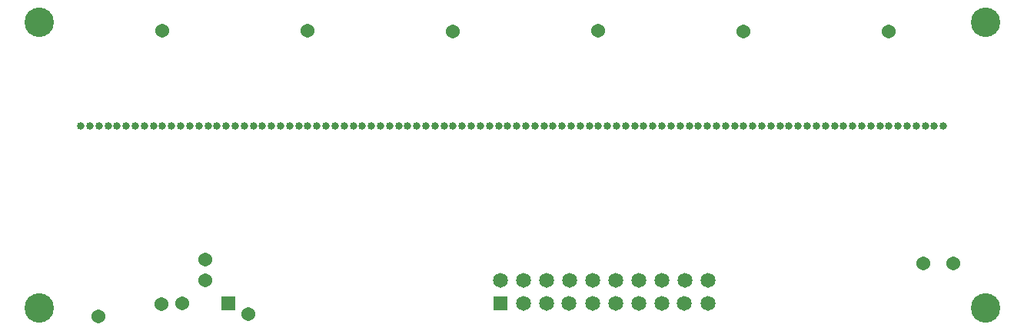
<source format=gbs>
%FSLAX43Y43*%
%MOMM*%
G71*
G01*
G75*
G04 Layer_Color=16711935*
%ADD10R,0.800X0.800*%
%ADD11R,0.800X0.800*%
%ADD12R,1.500X1.400*%
%ADD13R,2.500X0.700*%
%ADD14R,1.100X1.100*%
%ADD15R,1.400X1.500*%
%ADD16R,2.000X0.350*%
%ADD17C,0.400*%
%ADD18C,0.200*%
%ADD19C,1.500*%
%ADD20R,1.500X1.500*%
%ADD21C,1.600*%
%ADD22R,1.600X1.600*%
%ADD23C,3.200*%
%ADD24C,0.800*%
%ADD25C,0.250*%
%ADD26C,0.600*%
%ADD27C,0.100*%
%ADD28R,0.840X0.840*%
%ADD29R,0.840X0.840*%
%ADD30R,1.540X1.440*%
%ADD31R,2.540X0.740*%
%ADD32R,1.140X1.140*%
%ADD33R,1.440X1.540*%
%ADD34R,2.040X0.390*%
%ADD35C,1.540*%
%ADD36R,1.540X1.540*%
%ADD37C,1.640*%
%ADD38R,1.640X1.640*%
%ADD39C,3.240*%
%ADD40C,0.840*%
D35*
X154200Y58400D02*
D03*
X150900D02*
D03*
X60000Y52600D02*
D03*
X147100Y84000D02*
D03*
X131100D02*
D03*
X115100Y84100D02*
D03*
X99100Y84000D02*
D03*
X83100Y84100D02*
D03*
X67100D02*
D03*
X76500Y52800D02*
D03*
X71800Y58800D02*
D03*
X67000Y53900D02*
D03*
X69295Y54025D02*
D03*
X71835Y56565D02*
D03*
D36*
X74375Y54025D02*
D03*
D37*
X122050Y54030D02*
D03*
X119510D02*
D03*
X116970D02*
D03*
X122050Y56570D02*
D03*
X119510D02*
D03*
X116970D02*
D03*
X124590D02*
D03*
X124560Y54030D02*
D03*
X127130D02*
D03*
Y56570D02*
D03*
X114430D02*
D03*
Y54030D02*
D03*
X111860D02*
D03*
X111890Y56570D02*
D03*
X104270D02*
D03*
X106810D02*
D03*
X109350D02*
D03*
X106810Y54030D02*
D03*
X109350D02*
D03*
D38*
X104270D02*
D03*
D39*
X53500Y53500D02*
D03*
Y85000D02*
D03*
X157700Y53500D02*
D03*
Y85000D02*
D03*
D40*
X153100Y73600D02*
D03*
X152100D02*
D03*
X151100D02*
D03*
X150100D02*
D03*
X149100D02*
D03*
X148100D02*
D03*
X147100D02*
D03*
X146100D02*
D03*
X145100D02*
D03*
X144100D02*
D03*
X143100D02*
D03*
X142100D02*
D03*
X141100D02*
D03*
X140100D02*
D03*
X139100D02*
D03*
X138100D02*
D03*
X137100D02*
D03*
X136100D02*
D03*
X135100D02*
D03*
X134100D02*
D03*
X133100D02*
D03*
X132100D02*
D03*
X131100D02*
D03*
X130100D02*
D03*
X129100D02*
D03*
X128100D02*
D03*
X127100D02*
D03*
X126100D02*
D03*
X125100D02*
D03*
X124100D02*
D03*
X123100D02*
D03*
X122100D02*
D03*
X121100D02*
D03*
X120100D02*
D03*
X119100D02*
D03*
X118100D02*
D03*
X117100D02*
D03*
X116100D02*
D03*
X115100D02*
D03*
X114100D02*
D03*
X113100D02*
D03*
X112100D02*
D03*
X111100D02*
D03*
X110100D02*
D03*
X109100D02*
D03*
X108100D02*
D03*
X107100D02*
D03*
X106100D02*
D03*
X105100D02*
D03*
X104100D02*
D03*
X103100D02*
D03*
X102100D02*
D03*
X101100D02*
D03*
X100100D02*
D03*
X99100D02*
D03*
X98100D02*
D03*
X97100D02*
D03*
X96100D02*
D03*
X95100D02*
D03*
X94100D02*
D03*
X93100D02*
D03*
X92100D02*
D03*
X91100D02*
D03*
X90100D02*
D03*
X88100D02*
D03*
X89100D02*
D03*
X87100D02*
D03*
X86100D02*
D03*
X85100D02*
D03*
X84100D02*
D03*
X83100D02*
D03*
X82100D02*
D03*
X81100D02*
D03*
X80100D02*
D03*
X79100D02*
D03*
X78100D02*
D03*
X77100D02*
D03*
X76100D02*
D03*
X75100D02*
D03*
X74100D02*
D03*
X73100D02*
D03*
X72100D02*
D03*
X71100D02*
D03*
X70100D02*
D03*
X69100D02*
D03*
X68100D02*
D03*
X67100D02*
D03*
X66100D02*
D03*
X65100D02*
D03*
X64100D02*
D03*
X63100D02*
D03*
X62100D02*
D03*
X61100D02*
D03*
X60100D02*
D03*
X59100D02*
D03*
X58100D02*
D03*
M02*

</source>
